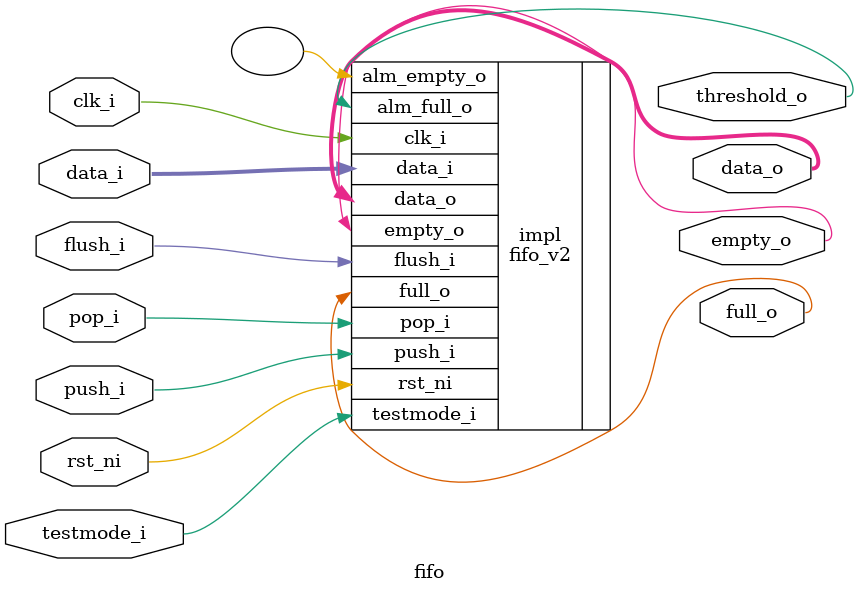
<source format=sv>


/* verilator lint_off DECLFILENAME */
module fifo #(
    parameter bit          FALL_THROUGH = 1'b0, // fifo is in fall-through mode
    parameter int unsigned DATA_WIDTH   = 32,   // default data width if the fifo is of type logic
    parameter int unsigned DEPTH        = 8,    // depth can be arbitrary from 0 to 2**32
    parameter int unsigned THRESHOLD    = 1,    // fill count until when to assert threshold_o
    parameter int unsigned dtype_w      = DATA_WIDTH
)(
    input  logic  clk_i,            // Clock
    input  logic  rst_ni,           // Asynchronous reset active low
    input  logic  flush_i,          // flush the queue
    input  logic  testmode_i,       // test_mode to bypass clock gating
    // status flags
    output logic  full_o,           // queue is full
    output logic  empty_o,          // queue is empty
    output logic  threshold_o,      // the FIFO is above the specified threshold
    // as long as the queue is not full we can push new data
    input  logic [dtype_w-1:0] data_i,  // data to push into the queue
    input  logic  push_i,           // data is valid and can be pushed to the queue
    // as long as the queue is not empty we can pop new elements
    output logic [dtype_w-1:0] data_o,  // output data
    input  logic  pop_i             // pop head from queue
);
    fifo_v2 #(
        .FALL_THROUGH ( FALL_THROUGH ),
        .DATA_WIDTH   ( DATA_WIDTH   ),
        .DEPTH        ( DEPTH        ),
        .ALM_FULL_TH  ( THRESHOLD    ),
        .dtype_w      ( dtype_w      )
    ) impl (
        .clk_i       ( clk_i       ),
        .rst_ni      ( rst_ni      ),
        .flush_i     ( flush_i     ),
        .testmode_i  ( testmode_i  ),
        .full_o      ( full_o      ),
        .empty_o     ( empty_o     ),
        .alm_full_o  ( threshold_o ),
        .alm_empty_o (             ),
        .data_i      ( data_i      ),
        .push_i      ( push_i      ),
        .data_o      ( data_o      ),
        .pop_i       ( pop_i       )
    );
endmodule
/* verilator lint_on DECLFILENAME */

</source>
